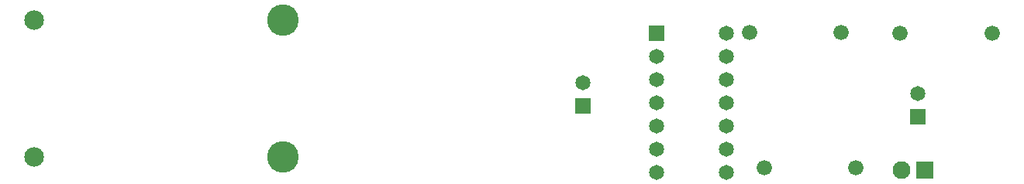
<source format=gbs>
G04*
G04 #@! TF.GenerationSoftware,Altium Limited,Altium Designer,20.0.13 (296)*
G04*
G04 Layer_Color=16711935*
%FSLAX25Y25*%
%MOIN*%
G70*
G01*
G75*
%ADD15C,0.06506*%
%ADD16R,0.06506X0.06506*%
%ADD17C,0.06600*%
%ADD18R,0.06506X0.06506*%
%ADD19C,0.08474*%
%ADD20C,0.13592*%
%ADD21C,0.07687*%
%ADD22R,0.07687X0.07687*%
D15*
X421000Y132000D02*
D03*
Y142000D02*
D03*
Y152000D02*
D03*
Y162000D02*
D03*
Y172000D02*
D03*
Y182000D02*
D03*
Y192000D02*
D03*
X391000Y132000D02*
D03*
Y142000D02*
D03*
Y152000D02*
D03*
Y162000D02*
D03*
Y172000D02*
D03*
Y182000D02*
D03*
X359500Y170500D02*
D03*
X503500Y166000D02*
D03*
D16*
X391000Y192000D02*
D03*
D17*
X476772Y133858D02*
D03*
X437402D02*
D03*
X535291Y192000D02*
D03*
X495921D02*
D03*
X431102Y192126D02*
D03*
X470472D02*
D03*
D18*
X359500Y160500D02*
D03*
X503500Y156000D02*
D03*
D19*
X123492Y138500D02*
D03*
Y197516D02*
D03*
D20*
X230500Y138500D02*
D03*
Y197516D02*
D03*
D21*
X496500Y133000D02*
D03*
D22*
X506500D02*
D03*
M02*

</source>
